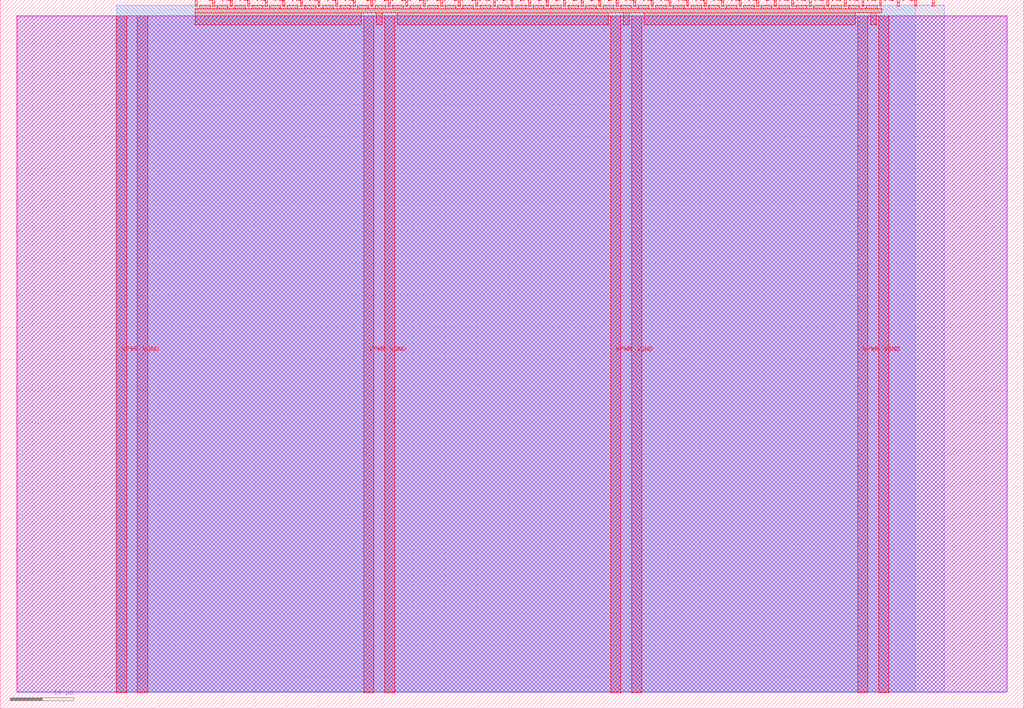
<source format=lef>
VERSION 5.7 ;
  NOWIREEXTENSIONATPIN ON ;
  DIVIDERCHAR "/" ;
  BUSBITCHARS "[]" ;
MACRO tt_um_wokwi_447138553926768641
  CLASS BLOCK ;
  FOREIGN tt_um_wokwi_447138553926768641 ;
  ORIGIN 0.000 0.000 ;
  SIZE 161.000 BY 111.520 ;
  PIN VGND
    DIRECTION INOUT ;
    USE GROUND ;
    PORT
      LAYER met4 ;
        RECT 21.580 2.480 23.180 109.040 ;
    END
    PORT
      LAYER met4 ;
        RECT 60.450 2.480 62.050 109.040 ;
    END
    PORT
      LAYER met4 ;
        RECT 99.320 2.480 100.920 109.040 ;
    END
    PORT
      LAYER met4 ;
        RECT 138.190 2.480 139.790 109.040 ;
    END
  END VGND
  PIN VPWR
    DIRECTION INOUT ;
    USE POWER ;
    PORT
      LAYER met4 ;
        RECT 18.280 2.480 19.880 109.040 ;
    END
    PORT
      LAYER met4 ;
        RECT 57.150 2.480 58.750 109.040 ;
    END
    PORT
      LAYER met4 ;
        RECT 96.020 2.480 97.620 109.040 ;
    END
    PORT
      LAYER met4 ;
        RECT 134.890 2.480 136.490 109.040 ;
    END
  END VPWR
  PIN clk
    DIRECTION INPUT ;
    USE SIGNAL ;
    PORT
      LAYER met4 ;
        RECT 143.830 110.520 144.130 111.520 ;
    END
  END clk
  PIN ena
    DIRECTION INPUT ;
    USE SIGNAL ;
    PORT
      LAYER met4 ;
        RECT 146.590 110.520 146.890 111.520 ;
    END
  END ena
  PIN rst_n
    DIRECTION INPUT ;
    USE SIGNAL ;
    PORT
      LAYER met4 ;
        RECT 141.070 110.520 141.370 111.520 ;
    END
  END rst_n
  PIN ui_in[0]
    DIRECTION INPUT ;
    USE SIGNAL ;
    ANTENNAGATEAREA 0.196500 ;
    PORT
      LAYER met4 ;
        RECT 138.310 110.520 138.610 111.520 ;
    END
  END ui_in[0]
  PIN ui_in[1]
    DIRECTION INPUT ;
    USE SIGNAL ;
    ANTENNAGATEAREA 0.196500 ;
    PORT
      LAYER met4 ;
        RECT 135.550 110.520 135.850 111.520 ;
    END
  END ui_in[1]
  PIN ui_in[2]
    DIRECTION INPUT ;
    USE SIGNAL ;
    ANTENNAGATEAREA 0.196500 ;
    PORT
      LAYER met4 ;
        RECT 132.790 110.520 133.090 111.520 ;
    END
  END ui_in[2]
  PIN ui_in[3]
    DIRECTION INPUT ;
    USE SIGNAL ;
    ANTENNAGATEAREA 0.196500 ;
    PORT
      LAYER met4 ;
        RECT 130.030 110.520 130.330 111.520 ;
    END
  END ui_in[3]
  PIN ui_in[4]
    DIRECTION INPUT ;
    USE SIGNAL ;
    ANTENNAGATEAREA 0.196500 ;
    PORT
      LAYER met4 ;
        RECT 127.270 110.520 127.570 111.520 ;
    END
  END ui_in[4]
  PIN ui_in[5]
    DIRECTION INPUT ;
    USE SIGNAL ;
    ANTENNAGATEAREA 0.196500 ;
    PORT
      LAYER met4 ;
        RECT 124.510 110.520 124.810 111.520 ;
    END
  END ui_in[5]
  PIN ui_in[6]
    DIRECTION INPUT ;
    USE SIGNAL ;
    ANTENNAGATEAREA 0.196500 ;
    PORT
      LAYER met4 ;
        RECT 121.750 110.520 122.050 111.520 ;
    END
  END ui_in[6]
  PIN ui_in[7]
    DIRECTION INPUT ;
    USE SIGNAL ;
    ANTENNAGATEAREA 0.196500 ;
    PORT
      LAYER met4 ;
        RECT 118.990 110.520 119.290 111.520 ;
    END
  END ui_in[7]
  PIN uio_in[0]
    DIRECTION INPUT ;
    USE SIGNAL ;
    PORT
      LAYER met4 ;
        RECT 116.230 110.520 116.530 111.520 ;
    END
  END uio_in[0]
  PIN uio_in[1]
    DIRECTION INPUT ;
    USE SIGNAL ;
    PORT
      LAYER met4 ;
        RECT 113.470 110.520 113.770 111.520 ;
    END
  END uio_in[1]
  PIN uio_in[2]
    DIRECTION INPUT ;
    USE SIGNAL ;
    PORT
      LAYER met4 ;
        RECT 110.710 110.520 111.010 111.520 ;
    END
  END uio_in[2]
  PIN uio_in[3]
    DIRECTION INPUT ;
    USE SIGNAL ;
    PORT
      LAYER met4 ;
        RECT 107.950 110.520 108.250 111.520 ;
    END
  END uio_in[3]
  PIN uio_in[4]
    DIRECTION INPUT ;
    USE SIGNAL ;
    PORT
      LAYER met4 ;
        RECT 105.190 110.520 105.490 111.520 ;
    END
  END uio_in[4]
  PIN uio_in[5]
    DIRECTION INPUT ;
    USE SIGNAL ;
    PORT
      LAYER met4 ;
        RECT 102.430 110.520 102.730 111.520 ;
    END
  END uio_in[5]
  PIN uio_in[6]
    DIRECTION INPUT ;
    USE SIGNAL ;
    PORT
      LAYER met4 ;
        RECT 99.670 110.520 99.970 111.520 ;
    END
  END uio_in[6]
  PIN uio_in[7]
    DIRECTION INPUT ;
    USE SIGNAL ;
    PORT
      LAYER met4 ;
        RECT 96.910 110.520 97.210 111.520 ;
    END
  END uio_in[7]
  PIN uio_oe[0]
    DIRECTION OUTPUT ;
    USE SIGNAL ;
    PORT
      LAYER met4 ;
        RECT 49.990 110.520 50.290 111.520 ;
    END
  END uio_oe[0]
  PIN uio_oe[1]
    DIRECTION OUTPUT ;
    USE SIGNAL ;
    PORT
      LAYER met4 ;
        RECT 47.230 110.520 47.530 111.520 ;
    END
  END uio_oe[1]
  PIN uio_oe[2]
    DIRECTION OUTPUT ;
    USE SIGNAL ;
    PORT
      LAYER met4 ;
        RECT 44.470 110.520 44.770 111.520 ;
    END
  END uio_oe[2]
  PIN uio_oe[3]
    DIRECTION OUTPUT ;
    USE SIGNAL ;
    PORT
      LAYER met4 ;
        RECT 41.710 110.520 42.010 111.520 ;
    END
  END uio_oe[3]
  PIN uio_oe[4]
    DIRECTION OUTPUT ;
    USE SIGNAL ;
    PORT
      LAYER met4 ;
        RECT 38.950 110.520 39.250 111.520 ;
    END
  END uio_oe[4]
  PIN uio_oe[5]
    DIRECTION OUTPUT ;
    USE SIGNAL ;
    PORT
      LAYER met4 ;
        RECT 36.190 110.520 36.490 111.520 ;
    END
  END uio_oe[5]
  PIN uio_oe[6]
    DIRECTION OUTPUT ;
    USE SIGNAL ;
    PORT
      LAYER met4 ;
        RECT 33.430 110.520 33.730 111.520 ;
    END
  END uio_oe[6]
  PIN uio_oe[7]
    DIRECTION OUTPUT ;
    USE SIGNAL ;
    PORT
      LAYER met4 ;
        RECT 30.670 110.520 30.970 111.520 ;
    END
  END uio_oe[7]
  PIN uio_out[0]
    DIRECTION OUTPUT ;
    USE SIGNAL ;
    PORT
      LAYER met4 ;
        RECT 72.070 110.520 72.370 111.520 ;
    END
  END uio_out[0]
  PIN uio_out[1]
    DIRECTION OUTPUT ;
    USE SIGNAL ;
    PORT
      LAYER met4 ;
        RECT 69.310 110.520 69.610 111.520 ;
    END
  END uio_out[1]
  PIN uio_out[2]
    DIRECTION OUTPUT ;
    USE SIGNAL ;
    PORT
      LAYER met4 ;
        RECT 66.550 110.520 66.850 111.520 ;
    END
  END uio_out[2]
  PIN uio_out[3]
    DIRECTION OUTPUT ;
    USE SIGNAL ;
    PORT
      LAYER met4 ;
        RECT 63.790 110.520 64.090 111.520 ;
    END
  END uio_out[3]
  PIN uio_out[4]
    DIRECTION OUTPUT ;
    USE SIGNAL ;
    PORT
      LAYER met4 ;
        RECT 61.030 110.520 61.330 111.520 ;
    END
  END uio_out[4]
  PIN uio_out[5]
    DIRECTION OUTPUT ;
    USE SIGNAL ;
    PORT
      LAYER met4 ;
        RECT 58.270 110.520 58.570 111.520 ;
    END
  END uio_out[5]
  PIN uio_out[6]
    DIRECTION OUTPUT ;
    USE SIGNAL ;
    PORT
      LAYER met4 ;
        RECT 55.510 110.520 55.810 111.520 ;
    END
  END uio_out[6]
  PIN uio_out[7]
    DIRECTION OUTPUT ;
    USE SIGNAL ;
    PORT
      LAYER met4 ;
        RECT 52.750 110.520 53.050 111.520 ;
    END
  END uio_out[7]
  PIN uo_out[0]
    DIRECTION OUTPUT ;
    USE SIGNAL ;
    ANTENNADIFFAREA 0.445500 ;
    PORT
      LAYER met4 ;
        RECT 94.150 110.520 94.450 111.520 ;
    END
  END uo_out[0]
  PIN uo_out[1]
    DIRECTION OUTPUT ;
    USE SIGNAL ;
    ANTENNADIFFAREA 0.445500 ;
    PORT
      LAYER met4 ;
        RECT 91.390 110.520 91.690 111.520 ;
    END
  END uo_out[1]
  PIN uo_out[2]
    DIRECTION OUTPUT ;
    USE SIGNAL ;
    ANTENNADIFFAREA 0.445500 ;
    PORT
      LAYER met4 ;
        RECT 88.630 110.520 88.930 111.520 ;
    END
  END uo_out[2]
  PIN uo_out[3]
    DIRECTION OUTPUT ;
    USE SIGNAL ;
    ANTENNADIFFAREA 0.445500 ;
    PORT
      LAYER met4 ;
        RECT 85.870 110.520 86.170 111.520 ;
    END
  END uo_out[3]
  PIN uo_out[4]
    DIRECTION OUTPUT ;
    USE SIGNAL ;
    ANTENNADIFFAREA 0.445500 ;
    PORT
      LAYER met4 ;
        RECT 83.110 110.520 83.410 111.520 ;
    END
  END uo_out[4]
  PIN uo_out[5]
    DIRECTION OUTPUT ;
    USE SIGNAL ;
    ANTENNADIFFAREA 0.445500 ;
    PORT
      LAYER met4 ;
        RECT 80.350 110.520 80.650 111.520 ;
    END
  END uo_out[5]
  PIN uo_out[6]
    DIRECTION OUTPUT ;
    USE SIGNAL ;
    ANTENNADIFFAREA 0.445500 ;
    PORT
      LAYER met4 ;
        RECT 77.590 110.520 77.890 111.520 ;
    END
  END uo_out[6]
  PIN uo_out[7]
    DIRECTION OUTPUT ;
    USE SIGNAL ;
    ANTENNADIFFAREA 0.445500 ;
    PORT
      LAYER met4 ;
        RECT 74.830 110.520 75.130 111.520 ;
    END
  END uo_out[7]
  OBS
      LAYER nwell ;
        RECT 2.570 2.635 158.430 108.990 ;
      LAYER li1 ;
        RECT 2.760 2.635 158.240 108.885 ;
      LAYER met1 ;
        RECT 2.760 2.480 158.240 109.040 ;
      LAYER met2 ;
        RECT 18.310 2.535 148.480 110.685 ;
      LAYER met3 ;
        RECT 18.290 2.555 143.915 110.665 ;
      LAYER met4 ;
        RECT 31.370 110.120 33.030 110.665 ;
        RECT 34.130 110.120 35.790 110.665 ;
        RECT 36.890 110.120 38.550 110.665 ;
        RECT 39.650 110.120 41.310 110.665 ;
        RECT 42.410 110.120 44.070 110.665 ;
        RECT 45.170 110.120 46.830 110.665 ;
        RECT 47.930 110.120 49.590 110.665 ;
        RECT 50.690 110.120 52.350 110.665 ;
        RECT 53.450 110.120 55.110 110.665 ;
        RECT 56.210 110.120 57.870 110.665 ;
        RECT 58.970 110.120 60.630 110.665 ;
        RECT 61.730 110.120 63.390 110.665 ;
        RECT 64.490 110.120 66.150 110.665 ;
        RECT 67.250 110.120 68.910 110.665 ;
        RECT 70.010 110.120 71.670 110.665 ;
        RECT 72.770 110.120 74.430 110.665 ;
        RECT 75.530 110.120 77.190 110.665 ;
        RECT 78.290 110.120 79.950 110.665 ;
        RECT 81.050 110.120 82.710 110.665 ;
        RECT 83.810 110.120 85.470 110.665 ;
        RECT 86.570 110.120 88.230 110.665 ;
        RECT 89.330 110.120 90.990 110.665 ;
        RECT 92.090 110.120 93.750 110.665 ;
        RECT 94.850 110.120 96.510 110.665 ;
        RECT 97.610 110.120 99.270 110.665 ;
        RECT 100.370 110.120 102.030 110.665 ;
        RECT 103.130 110.120 104.790 110.665 ;
        RECT 105.890 110.120 107.550 110.665 ;
        RECT 108.650 110.120 110.310 110.665 ;
        RECT 111.410 110.120 113.070 110.665 ;
        RECT 114.170 110.120 115.830 110.665 ;
        RECT 116.930 110.120 118.590 110.665 ;
        RECT 119.690 110.120 121.350 110.665 ;
        RECT 122.450 110.120 124.110 110.665 ;
        RECT 125.210 110.120 126.870 110.665 ;
        RECT 127.970 110.120 129.630 110.665 ;
        RECT 130.730 110.120 132.390 110.665 ;
        RECT 133.490 110.120 135.150 110.665 ;
        RECT 136.250 110.120 137.910 110.665 ;
        RECT 30.655 109.440 138.625 110.120 ;
        RECT 30.655 107.615 56.750 109.440 ;
        RECT 59.150 107.615 60.050 109.440 ;
        RECT 62.450 107.615 95.620 109.440 ;
        RECT 98.020 107.615 98.920 109.440 ;
        RECT 101.320 107.615 134.490 109.440 ;
        RECT 136.890 107.615 137.790 109.440 ;
  END
END tt_um_wokwi_447138553926768641
END LIBRARY


</source>
